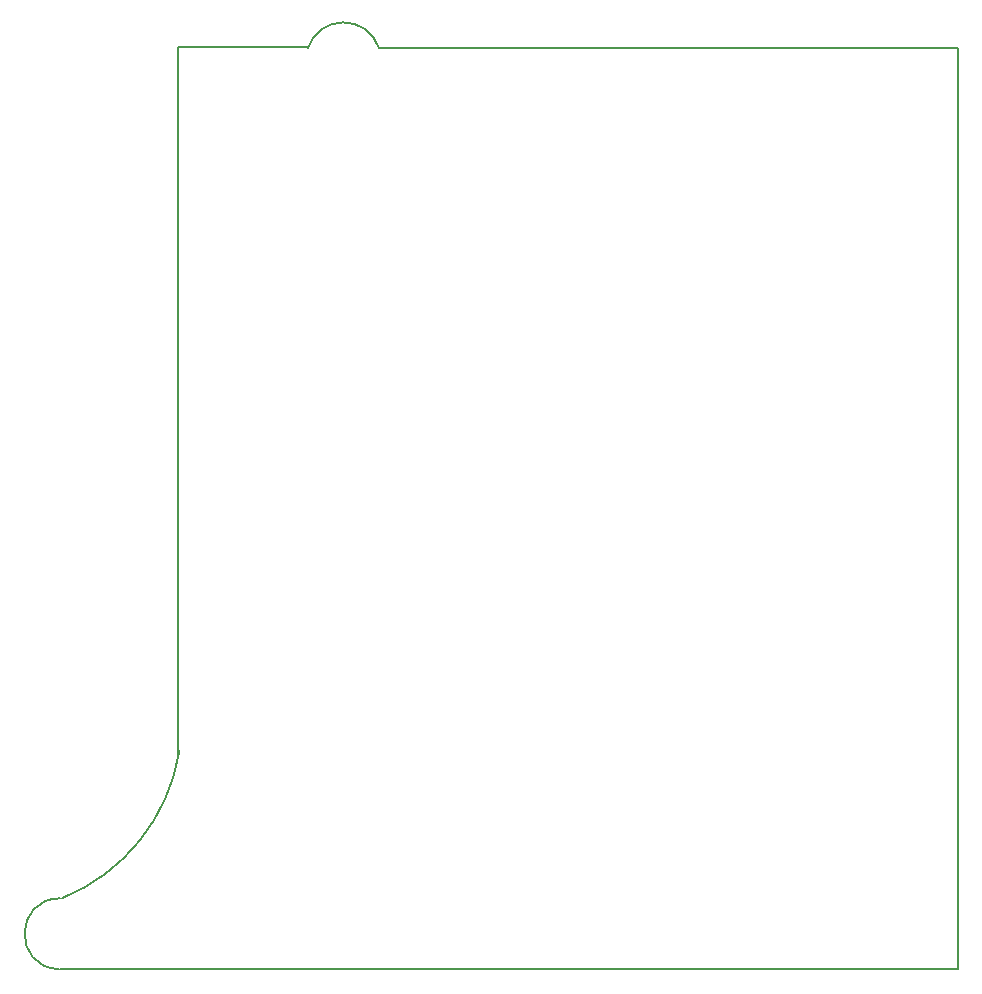
<source format=gbr>
G04 #@! TF.GenerationSoftware,KiCad,Pcbnew,(5.0.1)-4*
G04 #@! TF.CreationDate,2021-02-15T21:01:42+01:00*
G04 #@! TF.ProjectId,baby_foot,626162795F666F6F742E6B696361645F,rev?*
G04 #@! TF.SameCoordinates,PX5204180PY8954400*
G04 #@! TF.FileFunction,Profile,NP*
%FSLAX46Y46*%
G04 Gerber Fmt 4.6, Leading zero omitted, Abs format (unit mm)*
G04 Created by KiCad (PCBNEW (5.0.1)-4) date 15/02/2021 21:01:42*
%MOMM*%
%LPD*%
G01*
G04 APERTURE LIST*
%ADD10C,0.150000*%
%ADD11C,0.200000*%
G04 APERTURE END LIST*
D10*
X13000000Y78051740D02*
X24000000Y78051740D01*
X13000000Y18000000D02*
X13000000Y78000000D01*
X13101806Y18457909D02*
G75*
G02X3147566Y6000000I-15954240J2542091D01*
G01*
X23984766Y77953076D02*
G75*
G02X29999999Y77999999I3015234J-953076D01*
G01*
X79000000Y78000000D02*
X30000000Y78000000D01*
X79000000Y0D02*
X79000000Y78000000D01*
X3000000Y0D02*
X79000000Y0D01*
D11*
X2852612Y3623D02*
G75*
G02X3000000Y6000000I147388J2996377D01*
G01*
M02*

</source>
